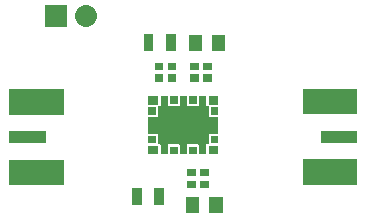
<source format=gts>
G04 #@! TF.FileFunction,Soldermask,Top*
%FSLAX46Y46*%
G04 Gerber Fmt 4.6, Leading zero omitted, Abs format (unit mm)*
G04 Created by KiCad (PCBNEW 4.0.6-e0-6349~53~ubuntu14.04.1) date Thu Apr 13 00:44:52 2017*
%MOMM*%
%LPD*%
G01*
G04 APERTURE LIST*
%ADD10C,0.100000*%
G04 APERTURE END LIST*
D10*
G36*
X148313500Y-98438500D02*
X147186500Y-98438500D01*
X147186500Y-97061500D01*
X148313500Y-97061500D01*
X148313500Y-98438500D01*
X148313500Y-98438500D01*
G37*
G36*
X146313500Y-98438500D02*
X145186500Y-98438500D01*
X145186500Y-97061500D01*
X146313500Y-97061500D01*
X146313500Y-98438500D01*
X146313500Y-98438500D01*
G37*
G36*
X141463500Y-97713500D02*
X140636500Y-97713500D01*
X140636500Y-96286500D01*
X141463500Y-96286500D01*
X141463500Y-97713500D01*
X141463500Y-97713500D01*
G37*
G36*
X143363500Y-97713500D02*
X142536500Y-97713500D01*
X142536500Y-96286500D01*
X143363500Y-96286500D01*
X143363500Y-97713500D01*
X143363500Y-97713500D01*
G37*
G36*
X146063500Y-96313500D02*
X145336500Y-96313500D01*
X145336500Y-95686500D01*
X146063500Y-95686500D01*
X146063500Y-96313500D01*
X146063500Y-96313500D01*
G37*
G36*
X147163500Y-96313500D02*
X146436500Y-96313500D01*
X146436500Y-95686500D01*
X147163500Y-95686500D01*
X147163500Y-96313500D01*
X147163500Y-96313500D01*
G37*
G36*
X134888500Y-96038500D02*
X130261500Y-96038500D01*
X130261500Y-93911500D01*
X134888500Y-93911500D01*
X134888500Y-96038500D01*
X134888500Y-96038500D01*
G37*
G36*
X159738500Y-96013500D02*
X155111500Y-96013500D01*
X155111500Y-93886500D01*
X159738500Y-93886500D01*
X159738500Y-96013500D01*
X159738500Y-96013500D01*
G37*
G36*
X147163500Y-95313500D02*
X146436500Y-95313500D01*
X146436500Y-94686500D01*
X147163500Y-94686500D01*
X147163500Y-95313500D01*
X147163500Y-95313500D01*
G37*
G36*
X146063500Y-95313500D02*
X145336500Y-95313500D01*
X145336500Y-94686500D01*
X146063500Y-94686500D01*
X146063500Y-95313500D01*
X146063500Y-95313500D01*
G37*
G36*
X146113500Y-93463500D02*
X145486500Y-93463500D01*
X145486500Y-92836500D01*
X146113500Y-92836500D01*
X146113500Y-93463500D01*
X146113500Y-93463500D01*
G37*
G36*
X143713500Y-89335700D02*
X143715511Y-89349853D01*
X143721386Y-89362884D01*
X143730658Y-89373764D01*
X143742594Y-89381629D01*
X143756249Y-89385858D01*
X143764300Y-89386500D01*
X144635700Y-89386500D01*
X144649853Y-89384489D01*
X144662884Y-89378614D01*
X144673764Y-89369342D01*
X144681629Y-89357406D01*
X144685858Y-89343751D01*
X144686500Y-89335700D01*
X144686500Y-88536500D01*
X145313500Y-88536500D01*
X145313500Y-89335700D01*
X145315511Y-89349853D01*
X145321386Y-89362884D01*
X145330658Y-89373764D01*
X145342594Y-89381629D01*
X145356249Y-89385858D01*
X145364300Y-89386500D01*
X146235700Y-89386500D01*
X146249853Y-89384489D01*
X146262884Y-89378614D01*
X146273764Y-89369342D01*
X146281629Y-89357406D01*
X146285858Y-89343751D01*
X146286500Y-89335700D01*
X146286500Y-88536500D01*
X146913500Y-88536500D01*
X146913500Y-89335700D01*
X146915511Y-89349853D01*
X146921386Y-89362884D01*
X146930658Y-89373764D01*
X146942594Y-89381629D01*
X146956249Y-89385858D01*
X146964300Y-89386500D01*
X147163500Y-89386500D01*
X147163500Y-90235700D01*
X147165511Y-90249853D01*
X147171386Y-90262884D01*
X147180658Y-90273764D01*
X147192594Y-90281629D01*
X147206249Y-90285858D01*
X147214300Y-90286500D01*
X147963500Y-90286500D01*
X147963500Y-91713500D01*
X147214300Y-91713500D01*
X147200147Y-91715511D01*
X147187116Y-91721386D01*
X147176236Y-91730658D01*
X147168371Y-91742594D01*
X147164142Y-91756249D01*
X147163500Y-91764300D01*
X147163500Y-92613500D01*
X146964300Y-92613500D01*
X146950147Y-92615511D01*
X146937116Y-92621386D01*
X146926236Y-92630658D01*
X146918371Y-92642594D01*
X146914142Y-92656249D01*
X146913500Y-92664300D01*
X146913500Y-93463500D01*
X146286500Y-93463500D01*
X146286500Y-92664300D01*
X146284489Y-92650147D01*
X146278614Y-92637116D01*
X146269342Y-92626236D01*
X146257406Y-92618371D01*
X146243751Y-92614142D01*
X146235700Y-92613500D01*
X145364300Y-92613500D01*
X145350147Y-92615511D01*
X145337116Y-92621386D01*
X145326236Y-92630658D01*
X145318371Y-92642594D01*
X145314142Y-92656249D01*
X145313500Y-92664300D01*
X145313500Y-93463500D01*
X144686500Y-93463500D01*
X144686500Y-92664300D01*
X144684489Y-92650147D01*
X144678614Y-92637116D01*
X144669342Y-92626236D01*
X144657406Y-92618371D01*
X144643751Y-92614142D01*
X144635700Y-92613500D01*
X143764300Y-92613500D01*
X143750147Y-92615511D01*
X143737116Y-92621386D01*
X143726236Y-92630658D01*
X143718371Y-92642594D01*
X143714142Y-92656249D01*
X143713500Y-92664300D01*
X143713500Y-93463500D01*
X143086500Y-93463500D01*
X143086500Y-92664300D01*
X143084489Y-92650147D01*
X143078614Y-92637116D01*
X143069342Y-92626236D01*
X143057406Y-92618371D01*
X143043751Y-92614142D01*
X143035700Y-92613500D01*
X142836500Y-92613500D01*
X142836500Y-91764300D01*
X142834489Y-91750147D01*
X142828614Y-91737116D01*
X142819342Y-91726236D01*
X142807406Y-91718371D01*
X142793751Y-91714142D01*
X142785700Y-91713500D01*
X142036500Y-91713500D01*
X142036500Y-90286500D01*
X142785700Y-90286500D01*
X142799853Y-90284489D01*
X142812884Y-90278614D01*
X142823764Y-90269342D01*
X142831629Y-90257406D01*
X142835858Y-90243751D01*
X142836500Y-90235700D01*
X142836500Y-89386500D01*
X143035700Y-89386500D01*
X143049853Y-89384489D01*
X143062884Y-89378614D01*
X143073764Y-89369342D01*
X143081629Y-89357406D01*
X143085858Y-89343751D01*
X143086500Y-89335700D01*
X143086500Y-88536500D01*
X143713500Y-88536500D01*
X143713500Y-89335700D01*
X143713500Y-89335700D01*
G37*
G36*
X147963500Y-93463500D02*
X147136500Y-93463500D01*
X147136500Y-92736500D01*
X147963500Y-92736500D01*
X147963500Y-93463500D01*
X147963500Y-93463500D01*
G37*
G36*
X142863500Y-93463500D02*
X142036500Y-93463500D01*
X142036500Y-92736500D01*
X142863500Y-92736500D01*
X142863500Y-93463500D01*
X142863500Y-93463500D01*
G37*
G36*
X144513500Y-93463500D02*
X143886500Y-93463500D01*
X143886500Y-92836500D01*
X144513500Y-92836500D01*
X144513500Y-93463500D01*
X144513500Y-93463500D01*
G37*
G36*
X147963500Y-92513500D02*
X147336500Y-92513500D01*
X147336500Y-91886500D01*
X147963500Y-91886500D01*
X147963500Y-92513500D01*
X147963500Y-92513500D01*
G37*
G36*
X142663500Y-92513500D02*
X142036500Y-92513500D01*
X142036500Y-91886500D01*
X142663500Y-91886500D01*
X142663500Y-92513500D01*
X142663500Y-92513500D01*
G37*
G36*
X133388500Y-92488500D02*
X130261500Y-92488500D01*
X130261500Y-91511500D01*
X133388500Y-91511500D01*
X133388500Y-92488500D01*
X133388500Y-92488500D01*
G37*
G36*
X159738500Y-92463500D02*
X156611500Y-92463500D01*
X156611500Y-91486500D01*
X159738500Y-91486500D01*
X159738500Y-92463500D01*
X159738500Y-92463500D01*
G37*
G36*
X147963500Y-90113500D02*
X147336500Y-90113500D01*
X147336500Y-89486500D01*
X147963500Y-89486500D01*
X147963500Y-90113500D01*
X147963500Y-90113500D01*
G37*
G36*
X142663500Y-90113500D02*
X142036500Y-90113500D01*
X142036500Y-89486500D01*
X142663500Y-89486500D01*
X142663500Y-90113500D01*
X142663500Y-90113500D01*
G37*
G36*
X134888500Y-90088500D02*
X130261500Y-90088500D01*
X130261500Y-87961500D01*
X134888500Y-87961500D01*
X134888500Y-90088500D01*
X134888500Y-90088500D01*
G37*
G36*
X159738500Y-90063500D02*
X155111500Y-90063500D01*
X155111500Y-87936500D01*
X159738500Y-87936500D01*
X159738500Y-90063500D01*
X159738500Y-90063500D01*
G37*
G36*
X142863500Y-89263500D02*
X142036500Y-89263500D01*
X142036500Y-88536500D01*
X142863500Y-88536500D01*
X142863500Y-89263500D01*
X142863500Y-89263500D01*
G37*
G36*
X147963500Y-89263500D02*
X147136500Y-89263500D01*
X147136500Y-88536500D01*
X147963500Y-88536500D01*
X147963500Y-89263500D01*
X147963500Y-89263500D01*
G37*
G36*
X144513500Y-89163500D02*
X143886500Y-89163500D01*
X143886500Y-88536500D01*
X144513500Y-88536500D01*
X144513500Y-89163500D01*
X144513500Y-89163500D01*
G37*
G36*
X146113500Y-89163500D02*
X145486500Y-89163500D01*
X145486500Y-88536500D01*
X146113500Y-88536500D01*
X146113500Y-89163500D01*
X146113500Y-89163500D01*
G37*
G36*
X144413500Y-87313500D02*
X143686500Y-87313500D01*
X143686500Y-86686500D01*
X144413500Y-86686500D01*
X144413500Y-87313500D01*
X144413500Y-87313500D01*
G37*
G36*
X147413500Y-87313500D02*
X146686500Y-87313500D01*
X146686500Y-86686500D01*
X147413500Y-86686500D01*
X147413500Y-87313500D01*
X147413500Y-87313500D01*
G37*
G36*
X143313500Y-87313500D02*
X142586500Y-87313500D01*
X142586500Y-86686500D01*
X143313500Y-86686500D01*
X143313500Y-87313500D01*
X143313500Y-87313500D01*
G37*
G36*
X146313500Y-87313500D02*
X145586500Y-87313500D01*
X145586500Y-86686500D01*
X146313500Y-86686500D01*
X146313500Y-87313500D01*
X146313500Y-87313500D01*
G37*
G36*
X146313500Y-86313500D02*
X145586500Y-86313500D01*
X145586500Y-85686500D01*
X146313500Y-85686500D01*
X146313500Y-86313500D01*
X146313500Y-86313500D01*
G37*
G36*
X144413500Y-86313500D02*
X143686500Y-86313500D01*
X143686500Y-85686500D01*
X144413500Y-85686500D01*
X144413500Y-86313500D01*
X144413500Y-86313500D01*
G37*
G36*
X143313500Y-86313500D02*
X142586500Y-86313500D01*
X142586500Y-85686500D01*
X143313500Y-85686500D01*
X143313500Y-86313500D01*
X143313500Y-86313500D01*
G37*
G36*
X147413500Y-86313500D02*
X146686500Y-86313500D01*
X146686500Y-85686500D01*
X147413500Y-85686500D01*
X147413500Y-86313500D01*
X147413500Y-86313500D01*
G37*
G36*
X142463500Y-84713500D02*
X141636500Y-84713500D01*
X141636500Y-83286500D01*
X142463500Y-83286500D01*
X142463500Y-84713500D01*
X142463500Y-84713500D01*
G37*
G36*
X144363500Y-84713500D02*
X143536500Y-84713500D01*
X143536500Y-83286500D01*
X144363500Y-83286500D01*
X144363500Y-84713500D01*
X144363500Y-84713500D01*
G37*
G36*
X146563500Y-84688500D02*
X145436500Y-84688500D01*
X145436500Y-83311500D01*
X146563500Y-83311500D01*
X146563500Y-84688500D01*
X146563500Y-84688500D01*
G37*
G36*
X148563500Y-84688500D02*
X147436500Y-84688500D01*
X147436500Y-83311500D01*
X148563500Y-83311500D01*
X148563500Y-84688500D01*
X148563500Y-84688500D01*
G37*
G36*
X136933637Y-80850732D02*
X136933642Y-80850733D01*
X136933685Y-80850738D01*
X137103995Y-80903458D01*
X137260823Y-80988254D01*
X137398193Y-81101897D01*
X137510874Y-81240057D01*
X137594573Y-81397472D01*
X137646103Y-81568147D01*
X137663500Y-81745580D01*
X137663500Y-81754454D01*
X137663426Y-81765119D01*
X137663425Y-81765125D01*
X137663411Y-81767174D01*
X137643538Y-81944347D01*
X137589630Y-82114286D01*
X137503741Y-82270517D01*
X137389142Y-82407091D01*
X137250199Y-82518804D01*
X137092203Y-82601402D01*
X136921173Y-82651739D01*
X136921142Y-82651742D01*
X136921128Y-82651746D01*
X136743626Y-82667900D01*
X136566363Y-82649268D01*
X136566358Y-82649267D01*
X136566315Y-82649262D01*
X136396005Y-82596542D01*
X136239177Y-82511746D01*
X136101807Y-82398103D01*
X135989126Y-82259943D01*
X135905427Y-82102528D01*
X135853897Y-81931853D01*
X135836500Y-81754420D01*
X135836500Y-81745546D01*
X135836574Y-81734881D01*
X135836575Y-81734875D01*
X135836589Y-81732826D01*
X135856462Y-81555653D01*
X135910370Y-81385714D01*
X135996259Y-81229483D01*
X136110858Y-81092909D01*
X136249801Y-80981196D01*
X136407797Y-80898598D01*
X136578827Y-80848261D01*
X136578858Y-80848258D01*
X136578872Y-80848254D01*
X136756374Y-80832100D01*
X136933637Y-80850732D01*
X136933637Y-80850732D01*
G37*
G36*
X135123500Y-82663500D02*
X133296500Y-82663500D01*
X133296500Y-80836500D01*
X135123500Y-80836500D01*
X135123500Y-82663500D01*
X135123500Y-82663500D01*
G37*
M02*

</source>
